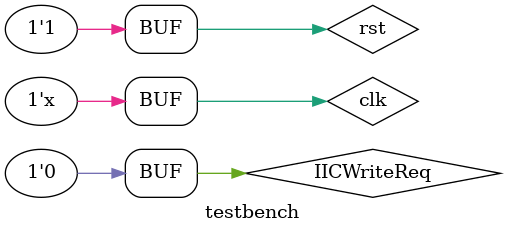
<source format=v>
`timescale 1ns/1ps

module testbench();

    reg  clk;
    reg  rst;
    wire  SDA;
    wire  SCL;
    reg IICWriteReq;
    reg IICReadReq;
    wire IICWriteDone;
    wire IICReadDone;
    always # 50 clk = ~clk;
    initial begin
        $dumpfile("testbeach.vcd");
        $dumpvars(0, testbench);
        clk = 1'b1;
        rst = 1'b1;

        IICWriteReq = 1'b0;
        IICReadReq = 1'b1;
        #100   /*�ֶ���λ*/
        rst = 1'b0;
        #100
        rst = 1'b1;
    end
    
    always@(posedge clk)
        if(IICReadDone == 1'b1)   /*����ɺ�readReqΪ0��ֻ����һ�ζ�д����*/
            IICReadReq <= 1'b0;
        else
            IICReadReq <= IICReadReq;

IIC_Driver  IIC_DriverHP(
    .sys_clk            (clk),           /*ϵͳʱ��*/
    .rst_n              (rst),             /*ϵͳ��λ*/

    .IICSCL             (SCL),            /*IIC ʱ�����*/
    .IICSDA             (SDA),             /*IIC ������*/

    .IICSlave           ('h1234),

    .IICWriteReq        (IICWriteReq),       /*IICд�Ĵ�������*/
    .IICWriteDone        (IICWriteDone),      /*IICд�Ĵ������*/
    .IICWriteData        ('h5a),      /*IIC�������� 8bit�Ĵӻ���ַ + 8bit�ļĴ�����ַ + 8bit������(�����ԣ���Ĭ��Ϊ0)*/

    .IICReadReq         (IICReadReq),        /*IIC���Ĵ�������*/
    .IICReadDone        (IICReadDone),       /*IIC���Ĵ������*/
    .IICReadData        ()/*IIC��ȡ��ַ*/
);

endmodule

</source>
